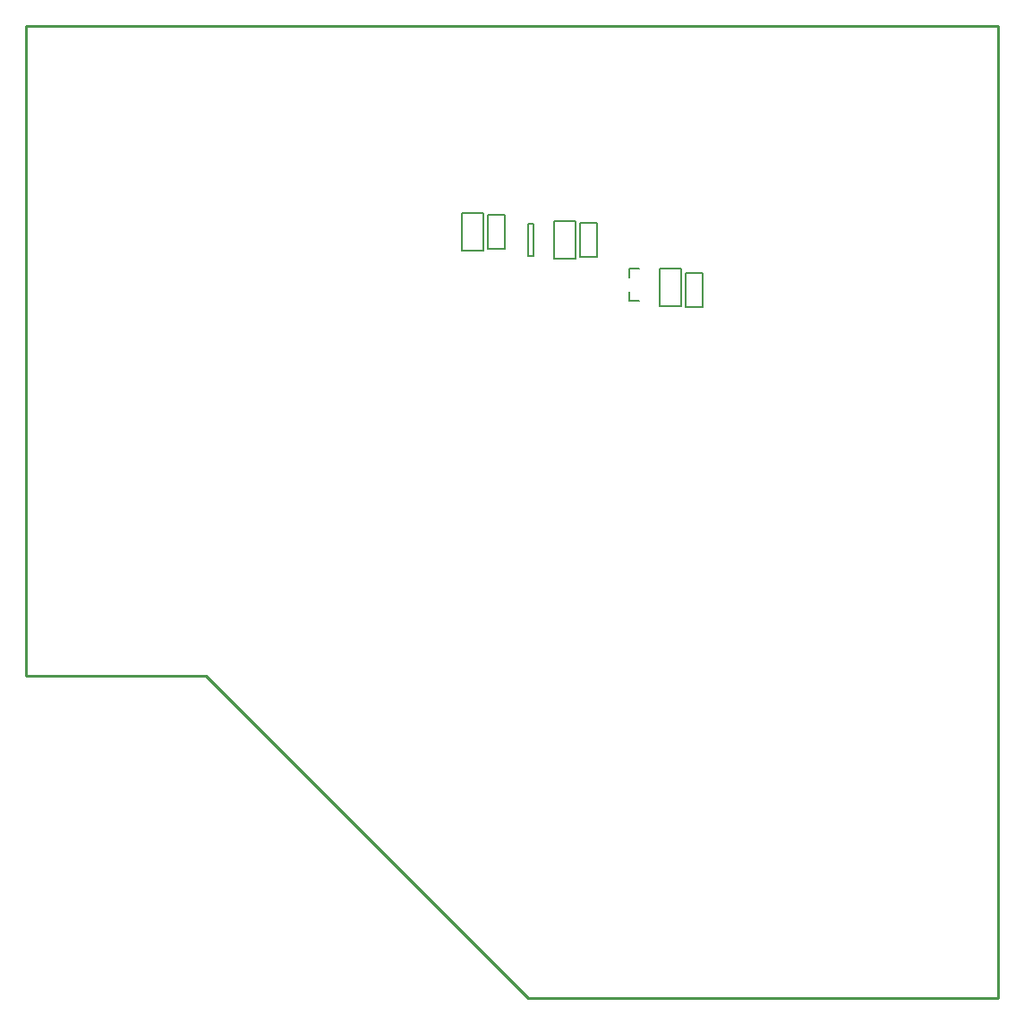
<source format=gbo>
G04*
G04 #@! TF.GenerationSoftware,Altium Limited,Altium Designer,19.1.8 (144)*
G04*
G04 Layer_Color=32896*
%FSLAX24Y24*%
%MOIN*%
G70*
G01*
G75*
%ADD11C,0.0100*%
%ADD12C,0.0079*%
D11*
X0Y36220D02*
X36220D01*
X-0Y12008D02*
X0Y36220D01*
X36220Y0D02*
X36220Y36220D01*
X-0Y12008D02*
X6705Y12008D01*
X18713Y-0D02*
X36220Y0D01*
X6705Y12008D02*
X18713Y-0D01*
D12*
X16240Y29252D02*
X16988D01*
X16240Y28110D02*
Y29252D01*
X16988D02*
X17028D01*
Y28110D02*
Y29252D01*
X16240Y27835D02*
X17028D01*
X16240D02*
Y28110D01*
X17028Y27835D02*
Y28110D01*
X17205Y27913D02*
Y28110D01*
Y27913D02*
X17835D01*
Y28110D01*
Y29173D01*
X17205D02*
X17835D01*
X17205Y28110D02*
Y29173D01*
X20650Y28878D02*
X21280D01*
X20650Y28681D02*
Y28878D01*
Y27618D02*
Y28681D01*
X21280D02*
Y28878D01*
Y27618D02*
Y28681D01*
X20650Y27618D02*
X21280D01*
X22461Y25984D02*
Y26299D01*
Y25984D02*
X22854D01*
X22461Y26850D02*
Y27165D01*
X22854D01*
X19685Y28957D02*
X20472D01*
X19685Y28681D02*
Y28957D01*
Y27539D02*
Y28681D01*
X20472D02*
Y28957D01*
Y27539D02*
Y28681D01*
X19685Y27539D02*
X19724D01*
X20472D01*
X23622Y27185D02*
X24409D01*
X23622Y26909D02*
Y27185D01*
Y25768D02*
Y26909D01*
X24409D02*
Y27185D01*
Y25768D02*
Y26909D01*
X23622Y25768D02*
X23661D01*
X24409D01*
X24587Y25748D02*
Y26811D01*
Y25748D02*
X25217D01*
X24587Y26811D02*
Y27008D01*
X25217D01*
Y25748D02*
Y26811D01*
Y27008D01*
X18701Y28858D02*
X18898D01*
Y27638D02*
Y28858D01*
X18701Y27638D02*
Y28858D01*
Y27638D02*
X18898D01*
M02*

</source>
